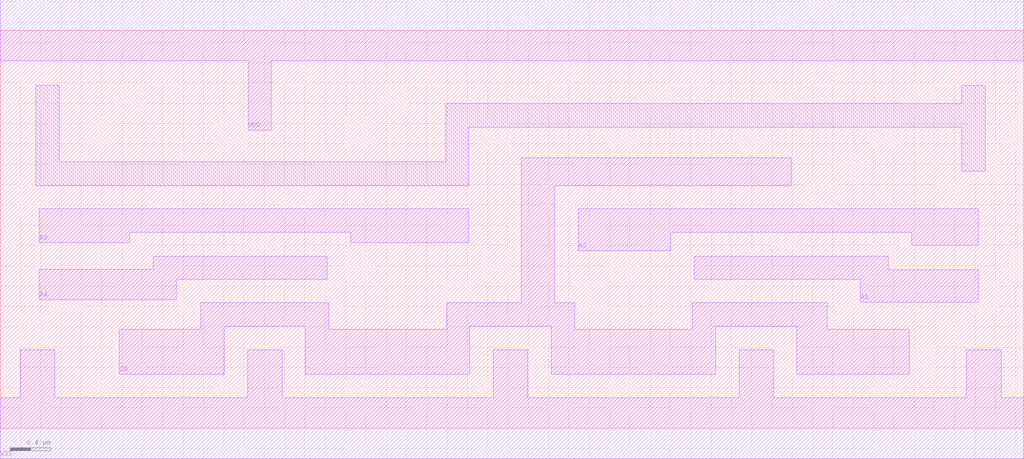
<source format=lef>
# Copyright 2022 GlobalFoundries PDK Authors
#
# Licensed under the Apache License, Version 2.0 (the "License");
# you may not use this file except in compliance with the License.
# You may obtain a copy of the License at
#
#      http://www.apache.org/licenses/LICENSE-2.0
#
# Unless required by applicable law or agreed to in writing, software
# distributed under the License is distributed on an "AS IS" BASIS,
# WITHOUT WARRANTIES OR CONDITIONS OF ANY KIND, either express or implied.
# See the License for the specific language governing permissions and
# limitations under the License.

MACRO gf180mcu_fd_sc_mcu7t5v0__nor4_2
  CLASS core ;
  FOREIGN gf180mcu_fd_sc_mcu7t5v0__nor4_2 0.0 0.0 ;
  ORIGIN 0 0 ;
  SYMMETRY X Y ;
  SITE GF018hv5v_mcu_sc7 ;
  SIZE 10.08 BY 3.92 ;
  PIN A1
    DIRECTION INPUT ;
    ANTENNAGATEAREA 1.652 ;
    PORT
      LAYER METAL1 ;
        POLYGON 6.835 1.465 8.47 1.465 8.47 1.24 9.63 1.24 9.63 1.56 8.745 1.56 8.745 1.695 6.835 1.695  ;
    END
  END A1
  PIN A2
    DIRECTION INPUT ;
    ANTENNAGATEAREA 1.652 ;
    PORT
      LAYER METAL1 ;
        POLYGON 5.69 1.75 6.605 1.75 6.605 1.93 8.975 1.93 8.975 1.8 9.63 1.8 9.63 2.16 5.69 2.16  ;
    END
  END A2
  PIN A3
    DIRECTION INPUT ;
    ANTENNAGATEAREA 1.652 ;
    PORT
      LAYER METAL1 ;
        POLYGON 0.385 1.825 1.275 1.825 1.275 1.93 3.45 1.93 3.45 1.825 4.615 1.825 4.615 2.16 0.385 2.16  ;
    END
  END A3
  PIN A4
    DIRECTION INPUT ;
    ANTENNAGATEAREA 1.652 ;
    PORT
      LAYER METAL1 ;
        POLYGON 0.385 1.265 1.735 1.265 1.735 1.465 3.22 1.465 3.22 1.695 1.505 1.695 1.505 1.565 0.385 1.565  ;
    END
  END A4
  PIN ZN
    DIRECTION OUTPUT ;
    ANTENNADIFFAREA 1.631 ;
    PORT
      LAYER METAL1 ;
        POLYGON 1.17 0.53 2.205 0.53 2.205 1.005 3.005 1.005 3.005 0.53 4.625 0.53 4.625 1.005 5.425 1.005 5.425 0.53 7.045 0.53 7.045 1.005 7.845 1.005 7.845 0.53 8.95 0.53 8.95 0.975 8.145 0.975 8.145 1.235 6.815 1.235 6.815 0.975 5.655 0.975 5.655 1.235 5.46 1.235 5.46 2.39 7.79 2.39 7.79 2.665 5.13 2.665 5.13 1.235 4.395 1.235 4.395 0.975 3.235 0.975 3.235 1.235 1.975 1.235 1.975 0.975 1.17 0.975  ;
    END
  END ZN
  PIN VDD
    DIRECTION INOUT ;
    USE power ;
    SHAPE ABUTMENT ;
    PORT
      LAYER METAL1 ;
        POLYGON 0 3.62 2.44 3.62 2.44 2.935 2.67 2.935 2.67 3.62 9.7 3.62 10.08 3.62 10.08 4.22 9.7 4.22 0 4.22  ;
    END
  END VDD
  PIN VSS
    DIRECTION INOUT ;
    USE ground ;
    SHAPE ABUTMENT ;
    PORT
      LAYER METAL1 ;
        POLYGON 0 -0.3 10.08 -0.3 10.08 0.3 9.855 0.3 9.855 0.775 9.515 0.775 9.515 0.3 7.615 0.3 7.615 0.775 7.275 0.775 7.275 0.3 5.195 0.3 5.195 0.775 4.855 0.775 4.855 0.3 2.775 0.3 2.775 0.775 2.435 0.775 2.435 0.3 0.535 0.3 0.535 0.775 0.195 0.775 0.195 0.3 0 0.3  ;
    END
  END VSS
  OBS
      LAYER METAL1 ;
        POLYGON 0.35 2.39 4.615 2.39 4.615 2.965 9.47 2.965 9.47 2.53 9.7 2.53 9.7 3.38 9.47 3.38 9.47 3.195 4.385 3.195 4.385 2.625 0.58 2.625 0.58 3.38 0.35 3.38  ;
  END
END gf180mcu_fd_sc_mcu7t5v0__nor4_2

</source>
